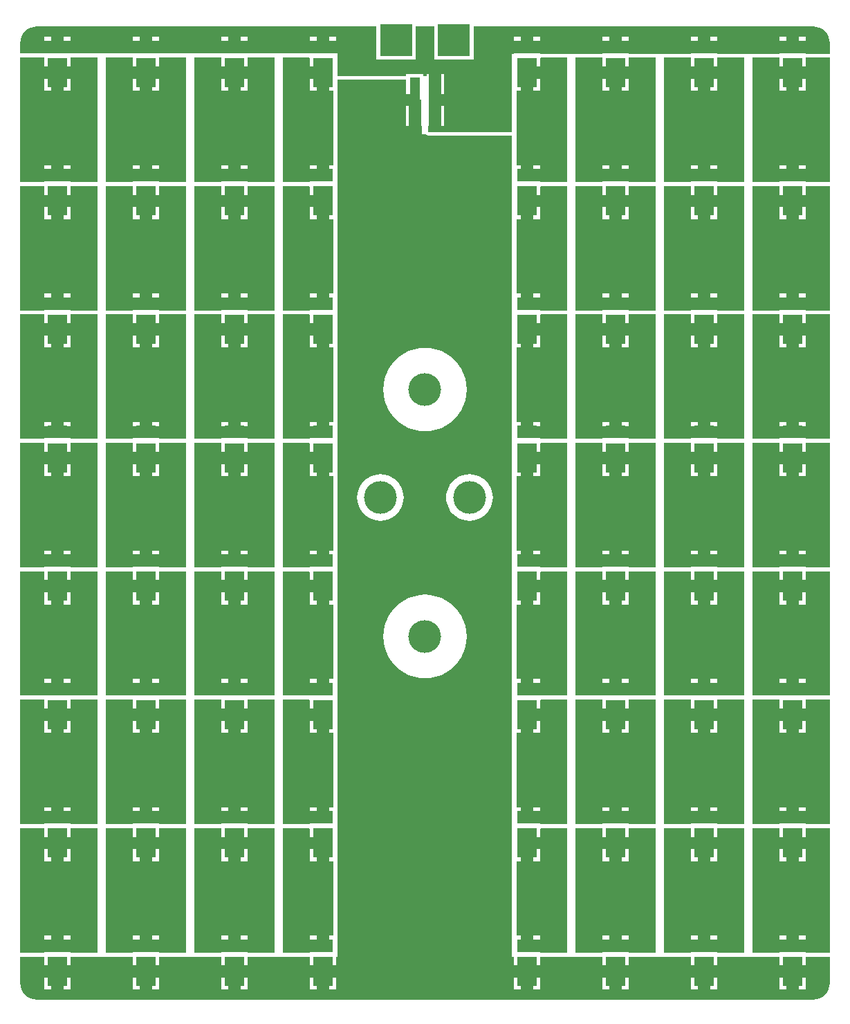
<source format=gtl>
%FSLAX25Y25*%
%MOIN*%
G70*
G01*
G75*
G04 Layer_Physical_Order=1*
G04 Layer_Color=255*
%ADD10R,0.09449X0.06496*%
%ADD11R,0.09449X0.14370*%
%ADD12R,0.05118X0.21654*%
%ADD13R,0.15748X0.15354*%
%ADD14C,0.15748*%
G36*
X68601Y95665D02*
Y36118D01*
X68247Y35765D01*
X55512Y35765D01*
Y36052D01*
X49212D01*
Y39004D01*
X46260D01*
Y43827D01*
X44100D01*
Y79710D01*
X46260D01*
Y88471D01*
X49212D01*
Y91423D01*
X55512D01*
Y95311D01*
X55865Y95665D01*
X68601Y95665D01*
D02*
G37*
G36*
X111249Y-149436D02*
Y-149836D01*
X98163D01*
Y-149550D01*
X85564D01*
Y-149836D01*
X72549D01*
Y-89936D01*
X85564D01*
Y-94179D01*
X98163D01*
Y-89936D01*
X111249D01*
Y-149436D01*
D02*
G37*
G36*
X195044Y-26102D02*
X183465D01*
Y-25815D01*
X170866D01*
Y-26102D01*
X157800D01*
Y-25702D01*
Y33798D01*
X170866D01*
Y29556D01*
X183465D01*
Y33798D01*
X195044D01*
Y-26102D01*
D02*
G37*
G36*
X-55512Y95311D02*
Y91423D01*
X-49212D01*
Y88471D01*
X-46260D01*
Y79710D01*
X-44100D01*
Y43827D01*
X-46260D01*
Y39004D01*
X-49212D01*
Y36052D01*
X-55512D01*
Y35765D01*
X-68247Y35765D01*
X-68601Y36118D01*
Y95665D01*
X-55865Y95665D01*
X-55512Y95311D01*
D02*
G37*
G36*
Y-28423D02*
Y-32312D01*
X-49212D01*
Y-35263D01*
X-46260D01*
Y-44024D01*
X-44100D01*
Y-79907D01*
X-46260D01*
Y-84731D01*
X-49212D01*
Y-87683D01*
X-55512D01*
Y-87969D01*
X-68247Y-87970D01*
X-68601Y-87616D01*
Y-28070D01*
X-55865Y-28069D01*
X-55512Y-28423D01*
D02*
G37*
G36*
X68601Y-28070D02*
Y-87616D01*
X68247Y-87970D01*
X55512Y-87969D01*
Y-87683D01*
X49212D01*
Y-84731D01*
X46260D01*
Y-79907D01*
X44100D01*
Y-44024D01*
X46260D01*
Y-35263D01*
X49212D01*
Y-32312D01*
X55512D01*
Y-28423D01*
X55865Y-28069D01*
X68601Y-28070D01*
D02*
G37*
G36*
X153900Y-149436D02*
Y-149836D01*
X140814D01*
Y-149550D01*
X128215D01*
Y-149836D01*
X115200D01*
Y-89936D01*
X128215D01*
Y-94179D01*
X140814D01*
Y-89936D01*
X153900D01*
Y-149436D01*
D02*
G37*
G36*
X195044Y-149836D02*
X183465D01*
Y-149550D01*
X170866D01*
Y-149836D01*
X157800D01*
Y-149436D01*
Y-89936D01*
X170866D01*
Y-94179D01*
X183465D01*
Y-89936D01*
X195044D01*
Y-149836D01*
D02*
G37*
G36*
X-72478Y-149436D02*
Y-149836D01*
X-85564D01*
Y-149550D01*
X-98163D01*
Y-149836D01*
X-111178D01*
Y-89936D01*
X-98163D01*
Y-94179D01*
X-85564D01*
Y-89936D01*
X-72478D01*
Y-149436D01*
D02*
G37*
G36*
X-157800Y-25702D02*
Y-26102D01*
X-170866D01*
Y-25815D01*
X-183465D01*
Y-26102D01*
X-195044D01*
Y33798D01*
X-183465D01*
Y29556D01*
X-170866D01*
Y33798D01*
X-157800D01*
Y-25702D01*
D02*
G37*
G36*
Y-149436D02*
Y-149836D01*
X-170866D01*
Y-149550D01*
X-183465D01*
Y-149836D01*
X-195044D01*
Y-89936D01*
X-183465D01*
Y-94179D01*
X-170866D01*
Y-89936D01*
X-157800D01*
Y-149436D01*
D02*
G37*
G36*
X-115129Y-149436D02*
Y-149836D01*
X-128215D01*
Y-149550D01*
X-140814D01*
Y-149836D01*
X-153829D01*
Y-89936D01*
X-140814D01*
Y-94179D01*
X-128215D01*
Y-89936D01*
X-115129D01*
Y-149436D01*
D02*
G37*
G36*
X111249Y-25702D02*
Y-26102D01*
X98163D01*
Y-25815D01*
X85564D01*
Y-26102D01*
X72549D01*
Y33798D01*
X85564D01*
Y29556D01*
X98163D01*
Y33798D01*
X111249D01*
Y-25702D01*
D02*
G37*
G36*
X153900D02*
Y-26102D01*
X140814D01*
Y-25815D01*
X128215D01*
Y-26102D01*
X115200D01*
Y33798D01*
X128215D01*
Y29556D01*
X140814D01*
Y33798D01*
X153900D01*
Y-25702D01*
D02*
G37*
G36*
X-115129D02*
Y-26102D01*
X-128215D01*
Y-25815D01*
X-140814D01*
Y-26102D01*
X-153829D01*
Y33798D01*
X-140814D01*
Y29556D01*
X-128215D01*
Y33798D01*
X-115129D01*
Y-25702D01*
D02*
G37*
G36*
X-72478D02*
Y-26102D01*
X-85564D01*
Y-25815D01*
X-98163D01*
Y-26102D01*
X-111178D01*
Y33798D01*
X-98163D01*
Y29556D01*
X-85564D01*
Y33798D01*
X-72478D01*
Y-25702D01*
D02*
G37*
G36*
Y-211304D02*
Y-211704D01*
X-85564D01*
Y-211417D01*
X-98163D01*
Y-211704D01*
X-111178D01*
Y-151804D01*
X-98163D01*
Y-156046D01*
X-85564D01*
Y-151804D01*
X-72478D01*
Y-211304D01*
D02*
G37*
G36*
X111249D02*
Y-211704D01*
X98163D01*
Y-211417D01*
X85564D01*
Y-211704D01*
X72549D01*
Y-151804D01*
X85564D01*
Y-156046D01*
X98163D01*
Y-151804D01*
X111249D01*
Y-211304D01*
D02*
G37*
G36*
X-157800Y-211304D02*
Y-211704D01*
X-170866D01*
Y-211417D01*
X-183465D01*
Y-211704D01*
X-195044D01*
Y-151804D01*
X-183465D01*
Y-156046D01*
X-170866D01*
Y-151804D01*
X-157800D01*
Y-211304D01*
D02*
G37*
G36*
X-115129Y-211304D02*
Y-211704D01*
X-128215D01*
Y-211417D01*
X-140814D01*
Y-211704D01*
X-153829D01*
Y-151804D01*
X-140814D01*
Y-156046D01*
X-128215D01*
Y-151804D01*
X-115129D01*
Y-211304D01*
D02*
G37*
G36*
X-55512Y-90290D02*
Y-94179D01*
X-49212D01*
Y-97131D01*
X-46260D01*
Y-105892D01*
X-44100D01*
Y-141774D01*
X-46260D01*
Y-146598D01*
X-49212D01*
Y-149550D01*
X-55512D01*
Y-149837D01*
X-68247Y-149837D01*
X-68601Y-149484D01*
Y-89937D01*
X-55865Y-89937D01*
X-55512Y-90290D01*
D02*
G37*
G36*
X68601Y-89937D02*
Y-149484D01*
X68247Y-149837D01*
X55512Y-149837D01*
Y-149550D01*
X49212D01*
Y-146598D01*
X46260D01*
Y-141774D01*
X44100D01*
Y-105892D01*
X46260D01*
Y-97131D01*
X49212D01*
Y-94179D01*
X55512D01*
Y-90290D01*
X55865Y-89937D01*
X68601Y-89937D01*
D02*
G37*
G36*
X153900Y-211304D02*
Y-211704D01*
X140814D01*
Y-211417D01*
X128215D01*
Y-211704D01*
X115200D01*
Y-151804D01*
X128215D01*
Y-156046D01*
X140814D01*
Y-151804D01*
X153900D01*
Y-211304D01*
D02*
G37*
G36*
X195044Y-211704D02*
X183465D01*
Y-211417D01*
X170866D01*
Y-211704D01*
X157800D01*
Y-211304D01*
Y-151804D01*
X170866D01*
Y-156046D01*
X183465D01*
Y-151804D01*
X195044D01*
Y-211704D01*
D02*
G37*
G36*
Y97633D02*
X183465D01*
Y97919D01*
X170866D01*
Y97633D01*
X157800D01*
Y98033D01*
Y157533D01*
X170866D01*
Y153290D01*
X183465D01*
Y157533D01*
X195044D01*
Y97633D01*
D02*
G37*
G36*
X153900Y98033D02*
Y97633D01*
X140814D01*
Y97919D01*
X128215D01*
Y97633D01*
X115200D01*
Y157533D01*
X128215D01*
Y153290D01*
X140814D01*
Y157533D01*
X153900D01*
Y98033D01*
D02*
G37*
G36*
X68601Y219399D02*
Y159853D01*
X68247Y159499D01*
X55512Y159500D01*
Y159786D01*
X49212D01*
Y162738D01*
X46260D01*
Y167562D01*
X44100D01*
Y203445D01*
X46260D01*
Y212206D01*
X49212D01*
Y215157D01*
X55512D01*
Y219046D01*
X55865Y219399D01*
X68601Y219399D01*
D02*
G37*
G36*
X-55512Y219046D02*
Y215157D01*
X-49212D01*
Y212206D01*
X-46260D01*
Y203445D01*
X-44100D01*
Y167562D01*
X-46260D01*
Y162738D01*
X-49212D01*
Y159786D01*
X-55512D01*
Y159500D01*
X-68247Y159499D01*
X-68601Y159853D01*
Y219399D01*
X-55865Y219399D01*
X-55512Y219046D01*
D02*
G37*
G36*
X-115129Y98033D02*
Y97633D01*
X-128215D01*
Y97919D01*
X-140814D01*
Y97633D01*
X-153829D01*
Y157533D01*
X-140814D01*
Y153290D01*
X-128215D01*
Y157533D01*
X-115129D01*
Y98033D01*
D02*
G37*
G36*
X-157800Y98033D02*
Y97633D01*
X-170866D01*
Y97919D01*
X-183465D01*
Y97633D01*
X-195044D01*
Y157533D01*
X-183465D01*
Y153290D01*
X-170866D01*
Y157533D01*
X-157800D01*
Y98033D01*
D02*
G37*
G36*
X111249Y98033D02*
Y97633D01*
X98163D01*
Y97919D01*
X85564D01*
Y97633D01*
X72549D01*
Y157533D01*
X85564D01*
Y153290D01*
X98163D01*
Y157533D01*
X111249D01*
Y98033D01*
D02*
G37*
G36*
X-72478D02*
Y97633D01*
X-85564D01*
Y97919D01*
X-98163D01*
Y97633D01*
X-111178D01*
Y157533D01*
X-98163D01*
Y153290D01*
X-85564D01*
Y157533D01*
X-72478D01*
Y98033D01*
D02*
G37*
G36*
X195044Y159500D02*
X183465D01*
Y159786D01*
X170866D01*
Y159500D01*
X157800D01*
Y159900D01*
Y219400D01*
X170866D01*
Y215158D01*
X183465D01*
Y219400D01*
X195044D01*
Y159500D01*
D02*
G37*
G36*
X188580Y234283D02*
X190092Y233824D01*
X191486Y233080D01*
X192707Y232077D01*
X193709Y230856D01*
X194454Y229462D01*
X194913Y227951D01*
X195060Y226457D01*
X195044Y226378D01*
Y221300D01*
X183465D01*
Y221654D01*
X170866D01*
Y221300D01*
X140814D01*
Y221654D01*
X128215D01*
Y221300D01*
X98163D01*
Y221654D01*
X85564D01*
Y221300D01*
X55512D01*
Y221654D01*
X42913D01*
Y221300D01*
X42000D01*
Y183500D01*
X1500D01*
Y186614D01*
X1969D01*
Y199015D01*
Y211417D01*
X787D01*
Y210400D01*
X-787D01*
Y211417D01*
X-9055D01*
Y210400D01*
X-42000D01*
Y221400D01*
X-42913D01*
Y221654D01*
X-55512D01*
Y221400D01*
X-85564D01*
Y221654D01*
X-98163D01*
Y221400D01*
X-128215D01*
Y221654D01*
X-140814D01*
Y221400D01*
X-170866D01*
Y221654D01*
X-183465D01*
Y221400D01*
X-195044D01*
Y226378D01*
X-195060Y226457D01*
X-194913Y227951D01*
X-194454Y229462D01*
X-193709Y230856D01*
X-192707Y232077D01*
X-191486Y233080D01*
X-190092Y233824D01*
X-188580Y234283D01*
X-187087Y234430D01*
X-187008Y234414D01*
X-23425D01*
Y218504D01*
X-4528D01*
Y234414D01*
X4528D01*
Y218504D01*
X23425D01*
Y234414D01*
X187008D01*
X187087Y234430D01*
X188580Y234283D01*
D02*
G37*
G36*
X-72478Y-87569D02*
Y-87969D01*
X-85564D01*
Y-87683D01*
X-98163D01*
Y-87969D01*
X-111178D01*
Y-28069D01*
X-98163D01*
Y-32312D01*
X-85564D01*
Y-28069D01*
X-72478D01*
Y-87569D01*
D02*
G37*
G36*
X111249Y159900D02*
Y159500D01*
X98163D01*
Y159786D01*
X85564D01*
Y159500D01*
X72549D01*
Y219400D01*
X85564D01*
Y215157D01*
X98163D01*
Y219400D01*
X111249D01*
Y159900D01*
D02*
G37*
G36*
X153900D02*
Y159500D01*
X140814D01*
Y159786D01*
X128215D01*
Y159500D01*
X115200D01*
Y219400D01*
X128215D01*
Y215157D01*
X140814D01*
Y219400D01*
X153900D01*
Y159900D01*
D02*
G37*
G36*
X-157800D02*
Y159500D01*
X-170866D01*
Y159786D01*
X-183465D01*
Y159500D01*
X-195044D01*
Y219400D01*
X-183465D01*
Y215158D01*
X-170866D01*
Y219400D01*
X-157800D01*
Y159900D01*
D02*
G37*
G36*
X-115129Y-87569D02*
Y-87969D01*
X-128215D01*
Y-87683D01*
X-140814D01*
Y-87969D01*
X-153829D01*
Y-28069D01*
X-140814D01*
Y-32312D01*
X-128215D01*
Y-28069D01*
X-115129D01*
Y-87569D01*
D02*
G37*
G36*
X-55512Y157179D02*
Y153290D01*
X-49212D01*
Y150338D01*
X-46260D01*
Y141578D01*
X-44100D01*
Y105695D01*
X-46260D01*
Y100871D01*
X-49212D01*
Y97919D01*
X-55512D01*
Y97632D01*
X-68247Y97632D01*
X-68601Y97985D01*
Y157532D01*
X-55865Y157532D01*
X-55512Y157179D01*
D02*
G37*
G36*
X195044Y35765D02*
X183465D01*
Y36052D01*
X170866D01*
Y35765D01*
X157800D01*
Y36165D01*
Y95665D01*
X170866D01*
Y91423D01*
X183465D01*
Y95665D01*
X195044D01*
Y35765D01*
D02*
G37*
G36*
X153900Y36165D02*
Y35765D01*
X140814D01*
Y36052D01*
X128215D01*
Y35765D01*
X115200D01*
Y95666D01*
X128215D01*
Y91423D01*
X140814D01*
Y95666D01*
X153900D01*
Y36165D01*
D02*
G37*
G36*
X-157800Y-87569D02*
Y-87969D01*
X-170866D01*
Y-87683D01*
X-183465D01*
Y-87969D01*
X-195044D01*
Y-28069D01*
X-183465D01*
Y-32312D01*
X-170866D01*
Y-28069D01*
X-157800D01*
Y-87569D01*
D02*
G37*
G36*
X111249Y36165D02*
Y35765D01*
X98163D01*
Y36052D01*
X85564D01*
Y35765D01*
X72549D01*
Y95666D01*
X85564D01*
Y91423D01*
X98163D01*
Y95666D01*
X111249D01*
Y36165D01*
D02*
G37*
G36*
X68601Y157532D02*
Y97985D01*
X68247Y97632D01*
X55512Y97632D01*
Y97919D01*
X49212D01*
Y100871D01*
X46260D01*
Y105695D01*
X44100D01*
Y141578D01*
X46260D01*
Y150338D01*
X49212D01*
Y153290D01*
X55512D01*
Y157179D01*
X55865Y157532D01*
X68601Y157532D01*
D02*
G37*
G36*
Y33797D02*
Y-25749D01*
X68247Y-26103D01*
X55512Y-26102D01*
Y-25815D01*
X49212D01*
Y-22864D01*
X46260D01*
Y-18040D01*
X44100D01*
Y17843D01*
X46260D01*
Y26604D01*
X49212D01*
Y29556D01*
X55512D01*
Y33444D01*
X55865Y33798D01*
X68601Y33797D01*
D02*
G37*
G36*
X-55512Y33444D02*
Y29556D01*
X-49212D01*
Y26604D01*
X-46260D01*
Y17843D01*
X-44100D01*
Y-18040D01*
X-46260D01*
Y-22864D01*
X-49212D01*
Y-25815D01*
X-55512D01*
Y-26102D01*
X-68247Y-26103D01*
X-68601Y-25749D01*
Y33797D01*
X-55865Y33798D01*
X-55512Y33444D01*
D02*
G37*
G36*
X195044Y-87969D02*
X183465D01*
Y-87683D01*
X170866D01*
Y-87969D01*
X157800D01*
Y-87569D01*
Y-28069D01*
X170866D01*
Y-32312D01*
X183465D01*
Y-28069D01*
X195044D01*
Y-87969D01*
D02*
G37*
G36*
X-157800Y36165D02*
Y35765D01*
X-170866D01*
Y36052D01*
X-183465D01*
Y35765D01*
X-195044D01*
Y95665D01*
X-183465D01*
Y91423D01*
X-170866D01*
Y95665D01*
X-157800D01*
Y36165D01*
D02*
G37*
G36*
X-115129Y36165D02*
Y35765D01*
X-128215D01*
Y36052D01*
X-140814D01*
Y35765D01*
X-153829D01*
Y95666D01*
X-140814D01*
Y91423D01*
X-128215D01*
Y95666D01*
X-115129D01*
Y36165D01*
D02*
G37*
G36*
X-72478D02*
Y35765D01*
X-85564D01*
Y36052D01*
X-98163D01*
Y35765D01*
X-111178D01*
Y95666D01*
X-98163D01*
Y91423D01*
X-85564D01*
Y95666D01*
X-72478D01*
Y36165D01*
D02*
G37*
G36*
X153900Y-87569D02*
Y-87969D01*
X140814D01*
Y-87683D01*
X128215D01*
Y-87969D01*
X115200D01*
Y-28069D01*
X128215D01*
Y-32312D01*
X140814D01*
Y-28069D01*
X153900D01*
Y-87569D01*
D02*
G37*
G36*
X-9055Y201969D02*
X-4920D01*
Y199017D01*
X-1969D01*
Y186614D01*
X-1500D01*
Y182500D01*
X274D01*
X365Y182365D01*
X886Y182017D01*
X1500Y181894D01*
X42000D01*
Y-213700D01*
X42913D01*
Y-217913D01*
X55512D01*
Y-213700D01*
X85564D01*
Y-217913D01*
X98163D01*
Y-213700D01*
X128215D01*
Y-217913D01*
X140814D01*
Y-213700D01*
X170866D01*
Y-217913D01*
X183465D01*
Y-213700D01*
X195044D01*
Y-226378D01*
X195060Y-226457D01*
X194913Y-227950D01*
X194454Y-229462D01*
X193709Y-230856D01*
X192707Y-232077D01*
X191486Y-233080D01*
X190092Y-233824D01*
X188580Y-234283D01*
X187087Y-234430D01*
X187008Y-234414D01*
X-187008D01*
X-187087Y-234430D01*
X-188580Y-234283D01*
X-190092Y-233824D01*
X-191486Y-233080D01*
X-192707Y-232077D01*
X-193709Y-230856D01*
X-194454Y-229462D01*
X-194913Y-227950D01*
X-195060Y-226457D01*
X-195044Y-226378D01*
Y-213700D01*
X-183465D01*
Y-217913D01*
X-170866D01*
Y-213700D01*
X-140814D01*
Y-217913D01*
X-128215D01*
Y-213700D01*
X-98163D01*
Y-217913D01*
X-85564D01*
Y-213700D01*
X-55512D01*
Y-217913D01*
X-42913D01*
Y-213700D01*
X-42300D01*
Y208548D01*
X-42000Y208794D01*
X-9055D01*
Y201969D01*
D02*
G37*
G36*
X-115129Y159500D02*
X-128215D01*
Y159786D01*
X-140814D01*
Y159500D01*
X-153829D01*
Y219400D01*
X-140814D01*
Y215157D01*
X-128215D01*
Y219400D01*
X-115129D01*
Y159500D01*
D02*
G37*
G36*
X-72478Y159900D02*
Y159500D01*
X-85564D01*
Y159786D01*
X-98163D01*
Y159500D01*
X-111178D01*
Y219400D01*
X-98163D01*
Y215157D01*
X-85564D01*
Y219400D01*
X-72478D01*
Y159900D01*
D02*
G37*
G36*
X111249Y-87569D02*
Y-87969D01*
X98163D01*
Y-87683D01*
X85564D01*
Y-87969D01*
X72549D01*
Y-28069D01*
X85564D01*
Y-32312D01*
X98163D01*
Y-28069D01*
X111249D01*
Y-87569D01*
D02*
G37*
G36*
X68601Y-151805D02*
Y-211351D01*
X68247Y-211705D01*
X55512Y-211704D01*
Y-211417D01*
X49212D01*
Y-208466D01*
X46260D01*
Y-203642D01*
X44100D01*
Y-167759D01*
X46260D01*
Y-158998D01*
X49212D01*
Y-156046D01*
X55512D01*
Y-152158D01*
X55865Y-151804D01*
X68601Y-151805D01*
D02*
G37*
G36*
X-55512Y-152158D02*
Y-156046D01*
X-49212D01*
Y-158998D01*
X-46260D01*
Y-167759D01*
X-44100D01*
Y-203642D01*
X-46260D01*
Y-208466D01*
X-49212D01*
Y-211417D01*
X-55512D01*
Y-211704D01*
X-68247Y-211705D01*
X-68601Y-211351D01*
Y-151805D01*
X-55865Y-151804D01*
X-55512Y-152158D01*
D02*
G37*
%LPC*%
G36*
X131562Y-100084D02*
X128215D01*
Y-105892D01*
X131562D01*
Y-100084D01*
D02*
G37*
G36*
X98163D02*
X94816D01*
Y-105892D01*
X98163D01*
Y-100084D01*
D02*
G37*
G36*
X88911D02*
X85564D01*
Y-105892D01*
X88911D01*
Y-100084D01*
D02*
G37*
G36*
X174213D02*
X170866D01*
Y-105892D01*
X174213D01*
Y-100084D01*
D02*
G37*
G36*
X183465D02*
X180118D01*
Y-105892D01*
X183465D01*
Y-100084D01*
D02*
G37*
G36*
X140814D02*
X137467D01*
Y-105892D01*
X140814D01*
Y-100084D01*
D02*
G37*
G36*
X-170866Y-79907D02*
X-174213D01*
Y-81777D01*
X-170866D01*
Y-79907D01*
D02*
G37*
G36*
X-137467D02*
X-140814D01*
Y-81777D01*
X-137467D01*
Y-79907D01*
D02*
G37*
G36*
X-128215D02*
X-131562D01*
Y-81777D01*
X-128215D01*
Y-79907D01*
D02*
G37*
G36*
X55512Y-100084D02*
X52165D01*
Y-105892D01*
X55512D01*
Y-100084D01*
D02*
G37*
G36*
X-52165D02*
X-55512D01*
Y-105892D01*
X-52165D01*
Y-100084D01*
D02*
G37*
G36*
X-180118Y-79907D02*
X-183465D01*
Y-81777D01*
X-180118D01*
Y-79907D01*
D02*
G37*
G36*
X55512Y-38217D02*
X52165D01*
Y-44024D01*
X55512D01*
Y-38217D01*
D02*
G37*
G36*
X88911D02*
X85564D01*
Y-44024D01*
X88911D01*
Y-38217D01*
D02*
G37*
G36*
X98163D02*
X94816D01*
Y-44024D01*
X98163D01*
Y-38217D01*
D02*
G37*
G36*
X-52165D02*
X-55512D01*
Y-44024D01*
X-52165D01*
Y-38217D01*
D02*
G37*
G36*
X-128215D02*
X-131562D01*
Y-44024D01*
X-128215D01*
Y-38217D01*
D02*
G37*
G36*
X-94816D02*
X-98163D01*
Y-44024D01*
X-94816D01*
Y-38217D01*
D02*
G37*
G36*
X-85564D02*
X-88911D01*
Y-44024D01*
X-85564D01*
Y-38217D01*
D02*
G37*
G36*
X-180118Y-18040D02*
X-183465D01*
Y-19910D01*
X-180118D01*
Y-18040D01*
D02*
G37*
G36*
X-170866D02*
X-174213D01*
Y-19910D01*
X-170866D01*
Y-18040D01*
D02*
G37*
G36*
X-137467D02*
X-140814D01*
Y-19910D01*
X-137467D01*
Y-18040D01*
D02*
G37*
G36*
X183465Y-38217D02*
X180118D01*
Y-44024D01*
X183465D01*
Y-38217D01*
D02*
G37*
G36*
X131562D02*
X128215D01*
Y-44024D01*
X131562D01*
Y-38217D01*
D02*
G37*
G36*
X140814D02*
X137467D01*
Y-44024D01*
X140814D01*
Y-38217D01*
D02*
G37*
G36*
X174213D02*
X170866D01*
Y-44024D01*
X174213D01*
Y-38217D01*
D02*
G37*
G36*
X88911Y-79907D02*
X85564D01*
Y-81777D01*
X88911D01*
Y-79907D01*
D02*
G37*
G36*
X98163D02*
X94816D01*
Y-81777D01*
X98163D01*
Y-79907D01*
D02*
G37*
G36*
X131562D02*
X128215D01*
Y-81777D01*
X131562D01*
Y-79907D01*
D02*
G37*
G36*
X55512D02*
X52165D01*
Y-81777D01*
X55512D01*
Y-79907D01*
D02*
G37*
G36*
X-94816D02*
X-98163D01*
Y-81777D01*
X-94816D01*
Y-79907D01*
D02*
G37*
G36*
X-85564D02*
X-88911D01*
Y-81777D01*
X-85564D01*
Y-79907D01*
D02*
G37*
G36*
X-52165D02*
X-55512D01*
Y-81777D01*
X-52165D01*
Y-79907D01*
D02*
G37*
G36*
X-180118Y-38217D02*
X-183465D01*
Y-44024D01*
X-180118D01*
Y-38217D01*
D02*
G37*
G36*
X-170866D02*
X-174213D01*
Y-44024D01*
X-170866D01*
Y-38217D01*
D02*
G37*
G36*
X-137467D02*
X-140814D01*
Y-44024D01*
X-137467D01*
Y-38217D01*
D02*
G37*
G36*
X0Y-39327D02*
X-2626Y-39499D01*
X-5208Y-40013D01*
X-7700Y-40859D01*
X-10061Y-42023D01*
X-12249Y-43485D01*
X-14228Y-45221D01*
X-15964Y-47199D01*
X-17426Y-49388D01*
X-18590Y-51749D01*
X-19436Y-54241D01*
X-19950Y-56822D01*
X-20122Y-59449D01*
X-19950Y-62075D01*
X-19436Y-64657D01*
X-18590Y-67149D01*
X-17426Y-69510D01*
X-15964Y-71698D01*
X-14228Y-73677D01*
X-12249Y-75412D01*
X-10061Y-76875D01*
X-7700Y-78039D01*
X-5208Y-78885D01*
X-2626Y-79399D01*
X0Y-79571D01*
X2626Y-79399D01*
X5208Y-78885D01*
X7700Y-78039D01*
X10061Y-76875D01*
X12249Y-75412D01*
X14228Y-73677D01*
X15964Y-71698D01*
X17426Y-69510D01*
X18590Y-67149D01*
X19436Y-64657D01*
X19950Y-62075D01*
X20122Y-59449D01*
X19950Y-56822D01*
X19436Y-54241D01*
X18590Y-51749D01*
X17426Y-49388D01*
X15964Y-47199D01*
X14228Y-45221D01*
X12249Y-43485D01*
X10061Y-42023D01*
X7700Y-40859D01*
X5208Y-40013D01*
X2626Y-39499D01*
X0Y-39327D01*
D02*
G37*
G36*
X140814Y-79907D02*
X137467D01*
Y-81777D01*
X140814D01*
Y-79907D01*
D02*
G37*
G36*
X174213D02*
X170866D01*
Y-81777D01*
X174213D01*
Y-79907D01*
D02*
G37*
G36*
X183465D02*
X180118D01*
Y-81777D01*
X183465D01*
Y-79907D01*
D02*
G37*
G36*
X-85564Y-203642D02*
X-88911D01*
Y-205512D01*
X-85564D01*
Y-203642D01*
D02*
G37*
G36*
X-94816D02*
X-98163D01*
Y-205512D01*
X-94816D01*
Y-203642D01*
D02*
G37*
G36*
X55512D02*
X52165D01*
Y-205512D01*
X55512D01*
Y-203642D01*
D02*
G37*
G36*
X-52165D02*
X-55512D01*
Y-205512D01*
X-52165D01*
Y-203642D01*
D02*
G37*
G36*
X-170866D02*
X-174213D01*
Y-205512D01*
X-170866D01*
Y-203642D01*
D02*
G37*
G36*
X-180118D02*
X-183465D01*
Y-205512D01*
X-180118D01*
Y-203642D01*
D02*
G37*
G36*
X-128215D02*
X-131562D01*
Y-205512D01*
X-128215D01*
Y-203642D01*
D02*
G37*
G36*
X-137467D02*
X-140814D01*
Y-205512D01*
X-137467D01*
Y-203642D01*
D02*
G37*
G36*
X183465D02*
X180118D01*
Y-205512D01*
X183465D01*
Y-203642D01*
D02*
G37*
G36*
X174213D02*
X170866D01*
Y-205512D01*
X174213D01*
Y-203642D01*
D02*
G37*
G36*
X-170866Y-161952D02*
X-174213D01*
Y-167759D01*
X-170866D01*
Y-161952D01*
D02*
G37*
G36*
X-180118D02*
X-183465D01*
Y-167759D01*
X-180118D01*
Y-161952D01*
D02*
G37*
G36*
X98163Y-203642D02*
X94816D01*
Y-205512D01*
X98163D01*
Y-203642D01*
D02*
G37*
G36*
X88911D02*
X85564D01*
Y-205512D01*
X88911D01*
Y-203642D01*
D02*
G37*
G36*
X140814D02*
X137467D01*
Y-205512D01*
X140814D01*
Y-203642D01*
D02*
G37*
G36*
X131562D02*
X128215D01*
Y-205512D01*
X131562D01*
Y-203642D01*
D02*
G37*
G36*
X-85564Y-223819D02*
X-88911D01*
Y-229626D01*
X-85564D01*
Y-223819D01*
D02*
G37*
G36*
X-94816D02*
X-98163D01*
Y-229626D01*
X-94816D01*
Y-223819D01*
D02*
G37*
G36*
X-42913D02*
X-46260D01*
Y-229626D01*
X-42913D01*
Y-223819D01*
D02*
G37*
G36*
X-52165D02*
X-55512D01*
Y-229626D01*
X-52165D01*
Y-223819D01*
D02*
G37*
G36*
X-170866D02*
X-174213D01*
Y-229626D01*
X-170866D01*
Y-223819D01*
D02*
G37*
G36*
X-180118D02*
X-183465D01*
Y-229626D01*
X-180118D01*
Y-223819D01*
D02*
G37*
G36*
X-128215D02*
X-131562D01*
Y-229626D01*
X-128215D01*
Y-223819D01*
D02*
G37*
G36*
X-137467D02*
X-140814D01*
Y-229626D01*
X-137467D01*
Y-223819D01*
D02*
G37*
G36*
X140814D02*
X137467D01*
Y-229626D01*
X140814D01*
Y-223819D01*
D02*
G37*
G36*
X131562D02*
X128215D01*
Y-229626D01*
X131562D01*
Y-223819D01*
D02*
G37*
G36*
X183465D02*
X180118D01*
Y-229626D01*
X183465D01*
Y-223819D01*
D02*
G37*
G36*
X174213D02*
X170866D01*
Y-229626D01*
X174213D01*
Y-223819D01*
D02*
G37*
G36*
X55512D02*
X52165D01*
Y-229626D01*
X55512D01*
Y-223819D01*
D02*
G37*
G36*
X46260D02*
X42913D01*
Y-229626D01*
X46260D01*
Y-223819D01*
D02*
G37*
G36*
X98163D02*
X94816D01*
Y-229626D01*
X98163D01*
Y-223819D01*
D02*
G37*
G36*
X88911D02*
X85564D01*
Y-229626D01*
X88911D01*
Y-223819D01*
D02*
G37*
G36*
X98163Y-141774D02*
X94816D01*
Y-143645D01*
X98163D01*
Y-141774D01*
D02*
G37*
G36*
X88911D02*
X85564D01*
Y-143645D01*
X88911D01*
Y-141774D01*
D02*
G37*
G36*
X140814D02*
X137467D01*
Y-143645D01*
X140814D01*
Y-141774D01*
D02*
G37*
G36*
X131562D02*
X128215D01*
Y-143645D01*
X131562D01*
Y-141774D01*
D02*
G37*
G36*
X-85564D02*
X-88911D01*
Y-143645D01*
X-85564D01*
Y-141774D01*
D02*
G37*
G36*
X-94816D02*
X-98163D01*
Y-143645D01*
X-94816D01*
Y-141774D01*
D02*
G37*
G36*
X55512D02*
X52165D01*
Y-143645D01*
X55512D01*
Y-141774D01*
D02*
G37*
G36*
X-52165D02*
X-55512D01*
Y-143645D01*
X-52165D01*
Y-141774D01*
D02*
G37*
G36*
X-128215Y-100084D02*
X-131562D01*
Y-105892D01*
X-128215D01*
Y-100084D01*
D02*
G37*
G36*
X-137467D02*
X-140814D01*
Y-105892D01*
X-137467D01*
Y-100084D01*
D02*
G37*
G36*
X-85564D02*
X-88911D01*
Y-105892D01*
X-85564D01*
Y-100084D01*
D02*
G37*
G36*
X-94816D02*
X-98163D01*
Y-105892D01*
X-94816D01*
Y-100084D01*
D02*
G37*
G36*
X183465Y-141774D02*
X180118D01*
Y-143645D01*
X183465D01*
Y-141774D01*
D02*
G37*
G36*
X174213D02*
X170866D01*
Y-143645D01*
X174213D01*
Y-141774D01*
D02*
G37*
G36*
X-170866Y-100084D02*
X-174213D01*
Y-105892D01*
X-170866D01*
Y-100084D01*
D02*
G37*
G36*
X-180118D02*
X-183465D01*
Y-105892D01*
X-180118D01*
Y-100084D01*
D02*
G37*
G36*
X55512Y-161952D02*
X52165D01*
Y-167759D01*
X55512D01*
Y-161952D01*
D02*
G37*
G36*
X-52165D02*
X-55512D01*
Y-167759D01*
X-52165D01*
Y-161952D01*
D02*
G37*
G36*
X98163D02*
X94816D01*
Y-167759D01*
X98163D01*
Y-161952D01*
D02*
G37*
G36*
X88911D02*
X85564D01*
Y-167759D01*
X88911D01*
Y-161952D01*
D02*
G37*
G36*
X-128215D02*
X-131562D01*
Y-167759D01*
X-128215D01*
Y-161952D01*
D02*
G37*
G36*
X-137467D02*
X-140814D01*
Y-167759D01*
X-137467D01*
Y-161952D01*
D02*
G37*
G36*
X-85564D02*
X-88911D01*
Y-167759D01*
X-85564D01*
Y-161952D01*
D02*
G37*
G36*
X-94816D02*
X-98163D01*
Y-167759D01*
X-94816D01*
Y-161952D01*
D02*
G37*
G36*
X-170866Y-141774D02*
X-174213D01*
Y-143645D01*
X-170866D01*
Y-141774D01*
D02*
G37*
G36*
X-180118D02*
X-183465D01*
Y-143645D01*
X-180118D01*
Y-141774D01*
D02*
G37*
G36*
X-128215D02*
X-131562D01*
Y-143645D01*
X-128215D01*
Y-141774D01*
D02*
G37*
G36*
X-137467D02*
X-140814D01*
Y-143645D01*
X-137467D01*
Y-141774D01*
D02*
G37*
G36*
X140814Y-161952D02*
X137467D01*
Y-167759D01*
X140814D01*
Y-161952D01*
D02*
G37*
G36*
X131562D02*
X128215D01*
Y-167759D01*
X131562D01*
Y-161952D01*
D02*
G37*
G36*
X183465D02*
X180118D01*
Y-167759D01*
X183465D01*
Y-161952D01*
D02*
G37*
G36*
X174213D02*
X170866D01*
Y-167759D01*
X174213D01*
Y-161952D01*
D02*
G37*
G36*
X-128215Y167562D02*
X-131562D01*
Y165692D01*
X-128215D01*
Y167562D01*
D02*
G37*
G36*
X-137467D02*
X-140814D01*
Y165692D01*
X-137467D01*
Y167562D01*
D02*
G37*
G36*
X-85564D02*
X-88911D01*
Y165692D01*
X-85564D01*
Y167562D01*
D02*
G37*
G36*
X-94816D02*
X-98163D01*
Y165692D01*
X-94816D01*
Y167562D01*
D02*
G37*
G36*
X183465Y147385D02*
X180118D01*
Y141578D01*
X183465D01*
Y147385D01*
D02*
G37*
G36*
X174213D02*
X170866D01*
Y141578D01*
X174213D01*
Y147385D01*
D02*
G37*
G36*
X-170866Y167562D02*
X-174213D01*
Y165692D01*
X-170866D01*
Y167562D01*
D02*
G37*
G36*
X-180118D02*
X-183465D01*
Y165692D01*
X-180118D01*
Y167562D01*
D02*
G37*
G36*
X140814D02*
X137467D01*
Y165692D01*
X140814D01*
Y167562D01*
D02*
G37*
G36*
X131562D02*
X128215D01*
Y165692D01*
X131562D01*
Y167562D01*
D02*
G37*
G36*
X183465D02*
X180118D01*
Y165692D01*
X183465D01*
Y167562D01*
D02*
G37*
G36*
X174213D02*
X170866D01*
Y165692D01*
X174213D01*
Y167562D01*
D02*
G37*
G36*
X55512D02*
X52165D01*
Y165692D01*
X55512D01*
Y167562D01*
D02*
G37*
G36*
X-52165D02*
X-55512D01*
Y165692D01*
X-52165D01*
Y167562D01*
D02*
G37*
G36*
X98163D02*
X94816D01*
Y165692D01*
X98163D01*
Y167562D01*
D02*
G37*
G36*
X88911D02*
X85564D01*
Y165692D01*
X88911D01*
Y167562D01*
D02*
G37*
G36*
X-170866Y147385D02*
X-174213D01*
Y141578D01*
X-170866D01*
Y147385D01*
D02*
G37*
G36*
X-180118D02*
X-183465D01*
Y141578D01*
X-180118D01*
Y147385D01*
D02*
G37*
G36*
X-128215D02*
X-131562D01*
Y141578D01*
X-128215D01*
Y147385D01*
D02*
G37*
G36*
X-137467D02*
X-140814D01*
Y141578D01*
X-137467D01*
Y147385D01*
D02*
G37*
G36*
X140814Y105695D02*
X137467D01*
Y103824D01*
X140814D01*
Y105695D01*
D02*
G37*
G36*
X131562D02*
X128215D01*
Y103824D01*
X131562D01*
Y105695D01*
D02*
G37*
G36*
X183465D02*
X180118D01*
Y103824D01*
X183465D01*
Y105695D01*
D02*
G37*
G36*
X174213D02*
X170866D01*
Y103824D01*
X174213D01*
Y105695D01*
D02*
G37*
G36*
X98163Y147385D02*
X94816D01*
Y141578D01*
X98163D01*
Y147385D01*
D02*
G37*
G36*
X88911D02*
X85564D01*
Y141578D01*
X88911D01*
Y147385D01*
D02*
G37*
G36*
X140814D02*
X137467D01*
Y141578D01*
X140814D01*
Y147385D01*
D02*
G37*
G36*
X131562D02*
X128215D01*
Y141578D01*
X131562D01*
Y147385D01*
D02*
G37*
G36*
X-85564D02*
X-88911D01*
Y141578D01*
X-85564D01*
Y147385D01*
D02*
G37*
G36*
X-94816D02*
X-98163D01*
Y141578D01*
X-94816D01*
Y147385D01*
D02*
G37*
G36*
X55512D02*
X52165D01*
Y141578D01*
X55512D01*
Y147385D01*
D02*
G37*
G36*
X-52165D02*
X-55512D01*
Y141578D01*
X-52165D01*
Y147385D01*
D02*
G37*
G36*
X-7874Y196063D02*
X-9055D01*
Y186614D01*
X-7874D01*
Y196063D01*
D02*
G37*
G36*
X-42913Y229429D02*
X-46260D01*
Y227559D01*
X-42913D01*
Y229429D01*
D02*
G37*
G36*
X-52165D02*
X-55512D01*
Y227559D01*
X-52165D01*
Y229429D01*
D02*
G37*
G36*
X55512D02*
X52165D01*
Y227559D01*
X55512D01*
Y229429D01*
D02*
G37*
G36*
X46260D02*
X42913D01*
Y227559D01*
X46260D01*
Y229429D01*
D02*
G37*
G36*
X-128215D02*
X-131562D01*
Y227559D01*
X-128215D01*
Y229429D01*
D02*
G37*
G36*
X-137467D02*
X-140814D01*
Y227559D01*
X-137467D01*
Y229429D01*
D02*
G37*
G36*
X-85564D02*
X-88911D01*
Y227559D01*
X-85564D01*
Y229429D01*
D02*
G37*
G36*
X-94816D02*
X-98163D01*
Y227559D01*
X-94816D01*
Y229429D01*
D02*
G37*
G36*
X-170866Y229429D02*
X-174213D01*
Y227559D01*
X-170866D01*
Y229429D01*
D02*
G37*
G36*
X-180118D02*
X-183465D01*
Y227559D01*
X-180118D01*
Y229429D01*
D02*
G37*
G36*
X183465D02*
X180118D01*
Y227559D01*
X183465D01*
Y229429D01*
D02*
G37*
G36*
X174213D02*
X170866D01*
Y227559D01*
X174213D01*
Y229429D01*
D02*
G37*
G36*
X98163Y229429D02*
X94816D01*
Y227559D01*
X98163D01*
Y229429D01*
D02*
G37*
G36*
X88911D02*
X85564D01*
Y227559D01*
X88911D01*
Y229429D01*
D02*
G37*
G36*
X140814D02*
X137467D01*
Y227559D01*
X140814D01*
Y229429D01*
D02*
G37*
G36*
X131562D02*
X128215D01*
Y227559D01*
X131562D01*
Y229429D01*
D02*
G37*
G36*
X-85564Y209252D02*
X-88911D01*
Y203445D01*
X-85564D01*
Y209252D01*
D02*
G37*
G36*
X-94816D02*
X-98163D01*
Y203445D01*
X-94816D01*
Y209252D01*
D02*
G37*
G36*
X55512D02*
X52165D01*
Y203445D01*
X55512D01*
Y209252D01*
D02*
G37*
G36*
X-52165D02*
X-55512D01*
Y203445D01*
X-52165D01*
Y209252D01*
D02*
G37*
G36*
X9055Y211417D02*
X7874D01*
Y201969D01*
X9055D01*
Y211417D01*
D02*
G37*
G36*
Y196063D02*
X7874D01*
Y186614D01*
X9055D01*
Y196063D01*
D02*
G37*
G36*
X-128215Y209252D02*
X-131562D01*
Y203445D01*
X-128215D01*
Y209252D01*
D02*
G37*
G36*
X-137467D02*
X-140814D01*
Y203445D01*
X-137467D01*
Y209252D01*
D02*
G37*
G36*
X-170866Y209252D02*
X-174213D01*
Y203445D01*
X-170866D01*
Y209252D01*
D02*
G37*
G36*
X-180118D02*
X-183465D01*
Y203445D01*
X-180118D01*
Y209252D01*
D02*
G37*
G36*
X183465D02*
X180118D01*
Y203445D01*
X183465D01*
Y209252D01*
D02*
G37*
G36*
X174213D02*
X170866D01*
Y203445D01*
X174213D01*
Y209252D01*
D02*
G37*
G36*
X98163Y209252D02*
X94816D01*
Y203445D01*
X98163D01*
Y209252D01*
D02*
G37*
G36*
X88911D02*
X85564D01*
Y203445D01*
X88911D01*
Y209252D01*
D02*
G37*
G36*
X140814D02*
X137467D01*
Y203445D01*
X140814D01*
Y209252D01*
D02*
G37*
G36*
X131562D02*
X128215D01*
Y203445D01*
X131562D01*
Y209252D01*
D02*
G37*
G36*
X98163Y105695D02*
X94816D01*
Y103824D01*
X98163D01*
Y105695D01*
D02*
G37*
G36*
X88911Y23650D02*
X85564D01*
Y17843D01*
X88911D01*
Y23650D01*
D02*
G37*
G36*
X55512D02*
X52165D01*
Y17843D01*
X55512D01*
Y23650D01*
D02*
G37*
G36*
X131562D02*
X128215D01*
Y17843D01*
X131562D01*
Y23650D01*
D02*
G37*
G36*
X98163D02*
X94816D01*
Y17843D01*
X98163D01*
Y23650D01*
D02*
G37*
G36*
X-94816D02*
X-98163D01*
Y17843D01*
X-94816D01*
Y23650D01*
D02*
G37*
G36*
X-128215D02*
X-131562D01*
Y17843D01*
X-128215D01*
Y23650D01*
D02*
G37*
G36*
X-52165D02*
X-55512D01*
Y17843D01*
X-52165D01*
Y23650D01*
D02*
G37*
G36*
X-85564D02*
X-88911D01*
Y17843D01*
X-85564D01*
Y23650D01*
D02*
G37*
G36*
X-170866Y43827D02*
X-174213D01*
Y41957D01*
X-170866D01*
Y43827D01*
D02*
G37*
G36*
X-180118D02*
X-183465D01*
Y41957D01*
X-180118D01*
Y43827D01*
D02*
G37*
G36*
X-128215D02*
X-131562D01*
Y41957D01*
X-128215D01*
Y43827D01*
D02*
G37*
G36*
X-137467D02*
X-140814D01*
Y41957D01*
X-137467D01*
Y43827D01*
D02*
G37*
G36*
X174213Y23650D02*
X170866D01*
Y17843D01*
X174213D01*
Y23650D01*
D02*
G37*
G36*
X140814D02*
X137467D01*
Y17843D01*
X140814D01*
Y23650D01*
D02*
G37*
G36*
X0Y79571D02*
X-2626Y79399D01*
X-5208Y78885D01*
X-7700Y78039D01*
X-10061Y76875D01*
X-12249Y75412D01*
X-14228Y73677D01*
X-15964Y71698D01*
X-17426Y69510D01*
X-18590Y67149D01*
X-19436Y64657D01*
X-19950Y62075D01*
X-20122Y59449D01*
X-19950Y56822D01*
X-19436Y54241D01*
X-18590Y51749D01*
X-17426Y49388D01*
X-15964Y47199D01*
X-14228Y45221D01*
X-12249Y43485D01*
X-10061Y42023D01*
X-7700Y40859D01*
X-5208Y40013D01*
X-2626Y39499D01*
X0Y39327D01*
X2626Y39499D01*
X5208Y40013D01*
X7700Y40859D01*
X10061Y42023D01*
X12249Y43485D01*
X14228Y45221D01*
X15964Y47199D01*
X17426Y49388D01*
X18590Y51749D01*
X19436Y54241D01*
X19950Y56822D01*
X20122Y59449D01*
X19950Y62075D01*
X19436Y64657D01*
X18590Y67149D01*
X17426Y69510D01*
X15964Y71698D01*
X14228Y73677D01*
X12249Y75412D01*
X10061Y76875D01*
X7700Y78039D01*
X5208Y78885D01*
X2626Y79399D01*
X0Y79571D01*
D02*
G37*
G36*
X183465Y23650D02*
X180118D01*
Y17843D01*
X183465D01*
Y23650D01*
D02*
G37*
G36*
X88911Y-18040D02*
X85564D01*
Y-19910D01*
X88911D01*
Y-18040D01*
D02*
G37*
G36*
X55512D02*
X52165D01*
Y-19910D01*
X55512D01*
Y-18040D01*
D02*
G37*
G36*
X131562D02*
X128215D01*
Y-19910D01*
X131562D01*
Y-18040D01*
D02*
G37*
G36*
X98163D02*
X94816D01*
Y-19910D01*
X98163D01*
Y-18040D01*
D02*
G37*
G36*
X-94816D02*
X-98163D01*
Y-19910D01*
X-94816D01*
Y-18040D01*
D02*
G37*
G36*
X-128215D02*
X-131562D01*
Y-19910D01*
X-128215D01*
Y-18040D01*
D02*
G37*
G36*
X-52165D02*
X-55512D01*
Y-19910D01*
X-52165D01*
Y-18040D01*
D02*
G37*
G36*
X-85564D02*
X-88911D01*
Y-19910D01*
X-85564D01*
Y-18040D01*
D02*
G37*
G36*
X-180118Y23650D02*
X-183465D01*
Y17843D01*
X-180118D01*
Y23650D01*
D02*
G37*
G36*
X21457Y18735D02*
X19696Y18597D01*
X17979Y18185D01*
X16347Y17509D01*
X14841Y16586D01*
X13498Y15439D01*
X12351Y14096D01*
X11428Y12590D01*
X10752Y10958D01*
X10340Y9241D01*
X10202Y7480D01*
X10340Y5720D01*
X10752Y4002D01*
X11428Y2371D01*
X12351Y865D01*
X13498Y-478D01*
X14841Y-1625D01*
X16347Y-2548D01*
X17979Y-3224D01*
X19696Y-3636D01*
X21457Y-3775D01*
X23217Y-3636D01*
X24935Y-3224D01*
X26566Y-2548D01*
X28072Y-1625D01*
X29415Y-478D01*
X30562Y865D01*
X31485Y2371D01*
X32161Y4002D01*
X32573Y5720D01*
X32712Y7480D01*
X32573Y9241D01*
X32161Y10958D01*
X31485Y12590D01*
X30562Y14096D01*
X29415Y15439D01*
X28072Y16586D01*
X26566Y17509D01*
X24935Y18185D01*
X23217Y18597D01*
X21457Y18735D01*
D02*
G37*
G36*
X-137467Y23650D02*
X-140814D01*
Y17843D01*
X-137467D01*
Y23650D01*
D02*
G37*
G36*
X-170866D02*
X-174213D01*
Y17843D01*
X-170866D01*
Y23650D01*
D02*
G37*
G36*
X174213Y-18040D02*
X170866D01*
Y-19910D01*
X174213D01*
Y-18040D01*
D02*
G37*
G36*
X140814D02*
X137467D01*
Y-19910D01*
X140814D01*
Y-18040D01*
D02*
G37*
G36*
X-21457Y18735D02*
X-23217Y18597D01*
X-24935Y18185D01*
X-26566Y17509D01*
X-28072Y16586D01*
X-29415Y15439D01*
X-30562Y14096D01*
X-31485Y12590D01*
X-32161Y10958D01*
X-32573Y9241D01*
X-32712Y7480D01*
X-32573Y5720D01*
X-32161Y4002D01*
X-31485Y2371D01*
X-30562Y865D01*
X-29415Y-478D01*
X-28072Y-1625D01*
X-26566Y-2548D01*
X-24935Y-3224D01*
X-23217Y-3636D01*
X-21457Y-3775D01*
X-19696Y-3636D01*
X-17979Y-3224D01*
X-16347Y-2548D01*
X-14841Y-1625D01*
X-13498Y-478D01*
X-12351Y865D01*
X-11428Y2371D01*
X-10752Y4002D01*
X-10340Y5720D01*
X-10202Y7480D01*
X-10340Y9241D01*
X-10752Y10958D01*
X-11428Y12590D01*
X-12351Y14096D01*
X-13498Y15439D01*
X-14841Y16586D01*
X-16347Y17509D01*
X-17979Y18185D01*
X-19696Y18597D01*
X-21457Y18735D01*
D02*
G37*
G36*
X183465Y-18040D02*
X180118D01*
Y-19910D01*
X183465D01*
Y-18040D01*
D02*
G37*
G36*
X-94816Y43827D02*
X-98163D01*
Y41957D01*
X-94816D01*
Y43827D01*
D02*
G37*
G36*
X174213Y85517D02*
X170866D01*
Y79710D01*
X174213D01*
Y85517D01*
D02*
G37*
G36*
X140814D02*
X137467D01*
Y79710D01*
X140814D01*
Y85517D01*
D02*
G37*
G36*
X-180118Y105695D02*
X-183465D01*
Y103824D01*
X-180118D01*
Y105695D01*
D02*
G37*
G36*
X183465Y85517D02*
X180118D01*
Y79710D01*
X183465D01*
Y85517D01*
D02*
G37*
G36*
X88911D02*
X85564D01*
Y79710D01*
X88911D01*
Y85517D01*
D02*
G37*
G36*
X55512D02*
X52165D01*
Y79710D01*
X55512D01*
Y85517D01*
D02*
G37*
G36*
X131562D02*
X128215D01*
Y79710D01*
X131562D01*
Y85517D01*
D02*
G37*
G36*
X98163D02*
X94816D01*
Y79710D01*
X98163D01*
Y85517D01*
D02*
G37*
G36*
X-52165Y105695D02*
X-55512D01*
Y103824D01*
X-52165D01*
Y105695D01*
D02*
G37*
G36*
X-85564D02*
X-88911D01*
Y103824D01*
X-85564D01*
Y105695D01*
D02*
G37*
G36*
X88911D02*
X85564D01*
Y103824D01*
X88911D01*
Y105695D01*
D02*
G37*
G36*
X55512D02*
X52165D01*
Y103824D01*
X55512D01*
Y105695D01*
D02*
G37*
G36*
X-137467D02*
X-140814D01*
Y103824D01*
X-137467D01*
Y105695D01*
D02*
G37*
G36*
X-170866D02*
X-174213D01*
Y103824D01*
X-170866D01*
Y105695D01*
D02*
G37*
G36*
X-94816D02*
X-98163D01*
Y103824D01*
X-94816D01*
Y105695D01*
D02*
G37*
G36*
X-128215D02*
X-131562D01*
Y103824D01*
X-128215D01*
Y105695D01*
D02*
G37*
G36*
X131562Y43827D02*
X128215D01*
Y41957D01*
X131562D01*
Y43827D01*
D02*
G37*
G36*
X98163D02*
X94816D01*
Y41957D01*
X98163D01*
Y43827D01*
D02*
G37*
G36*
X174213D02*
X170866D01*
Y41957D01*
X174213D01*
Y43827D01*
D02*
G37*
G36*
X140814D02*
X137467D01*
Y41957D01*
X140814D01*
Y43827D01*
D02*
G37*
G36*
X-52165D02*
X-55512D01*
Y41957D01*
X-52165D01*
Y43827D01*
D02*
G37*
G36*
X-85564D02*
X-88911D01*
Y41957D01*
X-85564D01*
Y43827D01*
D02*
G37*
G36*
X88911D02*
X85564D01*
Y41957D01*
X88911D01*
Y43827D01*
D02*
G37*
G36*
X55512D02*
X52165D01*
Y41957D01*
X55512D01*
Y43827D01*
D02*
G37*
G36*
X-94816Y85517D02*
X-98163D01*
Y79710D01*
X-94816D01*
Y85517D01*
D02*
G37*
G36*
X-128215D02*
X-131562D01*
Y79710D01*
X-128215D01*
Y85517D01*
D02*
G37*
G36*
X-52165D02*
X-55512D01*
Y79710D01*
X-52165D01*
Y85517D01*
D02*
G37*
G36*
X-85564D02*
X-88911D01*
Y79710D01*
X-85564D01*
Y85517D01*
D02*
G37*
G36*
X-180118D02*
X-183465D01*
Y79710D01*
X-180118D01*
Y85517D01*
D02*
G37*
G36*
X183465Y43827D02*
X180118D01*
Y41957D01*
X183465D01*
Y43827D01*
D02*
G37*
G36*
X-137467Y85517D02*
X-140814D01*
Y79710D01*
X-137467D01*
Y85517D01*
D02*
G37*
G36*
X-170866D02*
X-174213D01*
Y79710D01*
X-170866D01*
Y85517D01*
D02*
G37*
%LPD*%
D10*
X177165Y224606D02*
D03*
X177165Y162739D02*
D03*
Y100872D02*
D03*
Y39004D02*
D03*
Y-22863D02*
D03*
Y-84730D02*
D03*
Y-146597D02*
D03*
Y-208465D02*
D03*
X134514Y224606D02*
D03*
Y162739D02*
D03*
Y100872D02*
D03*
Y39004D02*
D03*
Y-22863D02*
D03*
Y-84730D02*
D03*
Y-146597D02*
D03*
Y-208465D02*
D03*
X91864Y224606D02*
D03*
Y162739D02*
D03*
Y100872D02*
D03*
Y39004D02*
D03*
Y-22863D02*
D03*
Y-84730D02*
D03*
Y-146597D02*
D03*
Y-208465D02*
D03*
X49213Y224606D02*
D03*
Y162739D02*
D03*
Y100872D02*
D03*
Y39004D02*
D03*
Y-22863D02*
D03*
Y-84730D02*
D03*
Y-146597D02*
D03*
Y-208465D02*
D03*
X-49213Y224606D02*
D03*
Y162739D02*
D03*
Y100872D02*
D03*
Y39004D02*
D03*
Y-22863D02*
D03*
Y-84730D02*
D03*
Y-146597D02*
D03*
Y-208465D02*
D03*
X-91864Y224606D02*
D03*
Y162739D02*
D03*
Y100872D02*
D03*
Y39004D02*
D03*
Y-22863D02*
D03*
Y-84730D02*
D03*
Y-146597D02*
D03*
Y-208465D02*
D03*
X-134514Y224606D02*
D03*
Y162739D02*
D03*
Y100872D02*
D03*
Y39004D02*
D03*
Y-22863D02*
D03*
Y-84730D02*
D03*
Y-146597D02*
D03*
Y-208465D02*
D03*
X-177165Y224606D02*
D03*
Y162739D02*
D03*
Y100872D02*
D03*
Y39004D02*
D03*
Y-22863D02*
D03*
Y-84730D02*
D03*
Y-146597D02*
D03*
Y-208465D02*
D03*
D11*
X177165Y212205D02*
D03*
X177165Y150337D02*
D03*
Y88470D02*
D03*
Y26603D02*
D03*
Y-35264D02*
D03*
Y-97132D02*
D03*
Y-158999D02*
D03*
Y-220866D02*
D03*
X134514Y212205D02*
D03*
Y150337D02*
D03*
Y88470D02*
D03*
Y26603D02*
D03*
Y-35264D02*
D03*
Y-97132D02*
D03*
Y-158999D02*
D03*
Y-220866D02*
D03*
X91864Y212205D02*
D03*
Y150337D02*
D03*
Y88470D02*
D03*
Y26603D02*
D03*
Y-35264D02*
D03*
Y-97132D02*
D03*
Y-158999D02*
D03*
Y-220866D02*
D03*
X49213Y212205D02*
D03*
Y150337D02*
D03*
Y88470D02*
D03*
Y26603D02*
D03*
Y-35264D02*
D03*
Y-97132D02*
D03*
Y-158999D02*
D03*
Y-220866D02*
D03*
X-49213Y212205D02*
D03*
Y150337D02*
D03*
Y88470D02*
D03*
Y26603D02*
D03*
Y-35264D02*
D03*
Y-97132D02*
D03*
Y-158999D02*
D03*
Y-220866D02*
D03*
X-91864Y212205D02*
D03*
Y150337D02*
D03*
Y88470D02*
D03*
Y26603D02*
D03*
Y-35264D02*
D03*
Y-97132D02*
D03*
Y-158999D02*
D03*
Y-220866D02*
D03*
X-134514Y212205D02*
D03*
Y150337D02*
D03*
Y88470D02*
D03*
Y26603D02*
D03*
Y-35264D02*
D03*
Y-97132D02*
D03*
Y-158999D02*
D03*
Y-220866D02*
D03*
X-177165Y212205D02*
D03*
Y150337D02*
D03*
Y88470D02*
D03*
Y26603D02*
D03*
Y-35264D02*
D03*
Y-97132D02*
D03*
Y-158999D02*
D03*
Y-220866D02*
D03*
D12*
X4921Y199016D02*
D03*
X-4921D02*
D03*
D13*
X-13976Y227756D02*
D03*
X13976D02*
D03*
D14*
X0Y59449D02*
D03*
Y-59449D02*
D03*
X-21457Y7480D02*
D03*
X21457D02*
D03*
M02*

</source>
